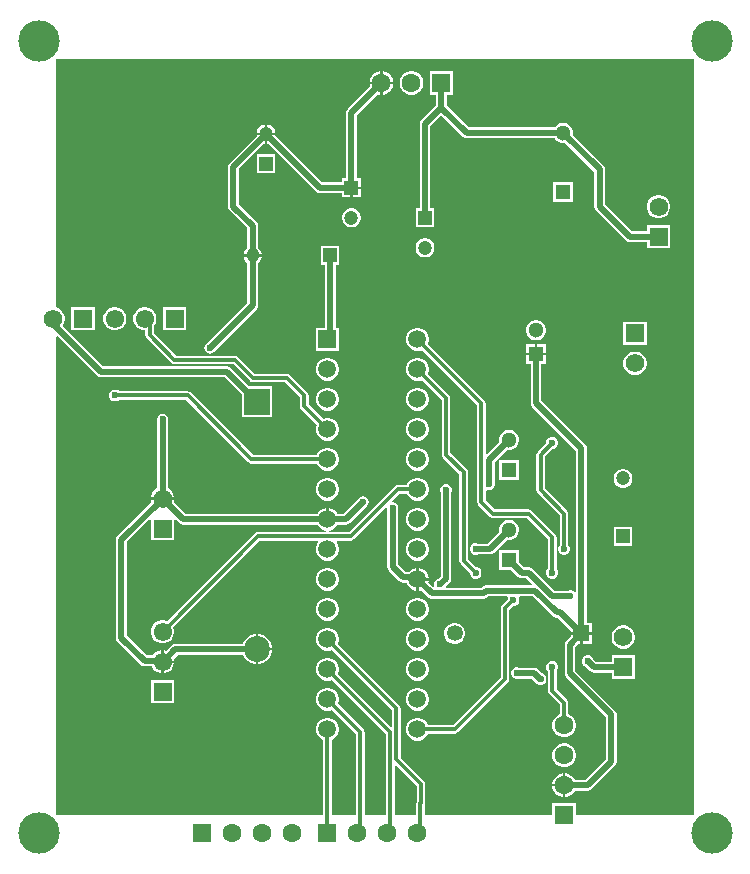
<source format=gtl>
G04*
G04 #@! TF.GenerationSoftware,Altium Limited,Altium Designer,22.5.1 (42)*
G04*
G04 Layer_Physical_Order=1*
G04 Layer_Color=255*
%FSLAX44Y44*%
%MOMM*%
G71*
G04*
G04 #@! TF.SameCoordinates,3BE08D2E-9295-4D5D-90EC-08E0B097B468*
G04*
G04*
G04 #@! TF.FilePolarity,Positive*
G04*
G01*
G75*
%ADD15R,1.5700X1.5700*%
%ADD16C,1.5700*%
%ADD17R,1.5500X1.5500*%
%ADD18C,1.5500*%
%ADD21R,1.5700X1.5700*%
%ADD22C,2.2000*%
%ADD23R,2.2000X2.2000*%
%ADD27C,1.2000*%
%ADD28R,1.2000X1.2000*%
%ADD29C,1.3000*%
%ADD30R,1.3000X1.3000*%
%ADD31R,1.5500X1.5500*%
%ADD32C,1.1500*%
%ADD33R,1.1500X1.1500*%
%ADD36C,1.3500*%
%ADD37R,1.3500X1.3500*%
%ADD42C,0.5000*%
%ADD43C,0.3000*%
%ADD44C,1.6000*%
%ADD45R,1.6000X1.6000*%
%ADD46R,1.5000X1.5000*%
%ADD47C,1.5000*%
%ADD48R,1.6000X1.6000*%
%ADD49C,0.6000*%
%ADD50C,3.5000*%
G36*
X580000Y40000D02*
X480032D01*
Y49632D01*
X459968D01*
Y40000D01*
X351991D01*
Y48430D01*
X352085Y48569D01*
X352359Y49948D01*
Y66243D01*
X352085Y67621D01*
X351304Y68789D01*
X331623Y88470D01*
Y130198D01*
X331349Y131576D01*
X330568Y132744D01*
X278492Y184821D01*
X278532Y184891D01*
X279182Y187315D01*
Y189825D01*
X278532Y192249D01*
X277278Y194423D01*
X275503Y196197D01*
X273329Y197452D01*
X270905Y198102D01*
X268395D01*
X265971Y197452D01*
X263797Y196197D01*
X262022Y194423D01*
X260768Y192249D01*
X260118Y189825D01*
Y187315D01*
X260768Y184891D01*
X262022Y182717D01*
X263797Y180942D01*
X265971Y179688D01*
X268395Y179038D01*
X270905D01*
X273329Y179688D01*
X273399Y179728D01*
X324421Y128706D01*
Y115151D01*
X323247Y114665D01*
X278492Y159421D01*
X278532Y159491D01*
X279182Y161915D01*
Y164425D01*
X278532Y166849D01*
X277278Y169023D01*
X275503Y170798D01*
X273329Y172052D01*
X270905Y172702D01*
X268395D01*
X265971Y172052D01*
X263797Y170798D01*
X262022Y169023D01*
X260768Y166849D01*
X260118Y164425D01*
Y161915D01*
X260768Y159491D01*
X262022Y157317D01*
X263797Y155542D01*
X265971Y154288D01*
X268395Y153638D01*
X270905D01*
X273329Y154288D01*
X273399Y154328D01*
X319389Y108338D01*
Y40000D01*
X301191D01*
Y109830D01*
X300917Y111208D01*
X300136Y112376D01*
X278492Y134021D01*
X278532Y134091D01*
X279182Y136515D01*
Y139025D01*
X278532Y141449D01*
X277278Y143623D01*
X275503Y145398D01*
X273329Y146652D01*
X270905Y147302D01*
X268395D01*
X265971Y146652D01*
X263797Y145398D01*
X262022Y143623D01*
X260768Y141449D01*
X260118Y139025D01*
Y136515D01*
X260768Y134091D01*
X262022Y131917D01*
X263797Y130142D01*
X265971Y128888D01*
X268395Y128238D01*
X270905D01*
X273329Y128888D01*
X273399Y128928D01*
X293989Y108338D01*
Y40000D01*
X273251D01*
Y103467D01*
X273329Y103488D01*
X275503Y104742D01*
X277278Y106517D01*
X278532Y108691D01*
X279182Y111115D01*
Y113625D01*
X278532Y116049D01*
X277278Y118223D01*
X275503Y119998D01*
X273329Y121252D01*
X270905Y121902D01*
X268395D01*
X265971Y121252D01*
X263797Y119998D01*
X262022Y118223D01*
X260768Y116049D01*
X260118Y113625D01*
Y111115D01*
X260768Y108691D01*
X262022Y106517D01*
X263797Y104742D01*
X265971Y103488D01*
X266049Y103467D01*
Y40000D01*
X40000D01*
Y444796D01*
X41173Y445282D01*
X74722Y411733D01*
X74723Y411733D01*
X76222Y410731D01*
X77990Y410379D01*
X77990Y410379D01*
X182786D01*
X196968Y396197D01*
Y376668D01*
X223032D01*
Y402732D01*
X203503D01*
X187967Y418267D01*
X186468Y419269D01*
X184700Y419621D01*
X184700Y419621D01*
X79904D01*
X45348Y454176D01*
X46508Y456186D01*
X47182Y458699D01*
Y461301D01*
X46508Y463814D01*
X45208Y466068D01*
X43368Y467907D01*
X41114Y469208D01*
X40000Y469507D01*
Y680000D01*
X580000D01*
Y40000D01*
D02*
G37*
G36*
X345156Y64751D02*
Y51098D01*
X345063Y50958D01*
X344789Y49580D01*
Y40000D01*
X326591D01*
Y81657D01*
X327765Y82143D01*
X345156Y64751D01*
D02*
G37*
%LPC*%
G36*
X316691Y669772D02*
X316386D01*
Y660756D01*
X325402D01*
Y661061D01*
X324718Y663612D01*
X323398Y665900D01*
X321530Y667768D01*
X319242Y669088D01*
X316691Y669772D01*
D02*
G37*
G36*
X314354D02*
X314049D01*
X311498Y669088D01*
X309210Y667768D01*
X307342Y665900D01*
X306022Y663612D01*
X305338Y661061D01*
Y660756D01*
X314354D01*
Y669772D01*
D02*
G37*
G36*
X342091D02*
X339449D01*
X336898Y669088D01*
X334610Y667768D01*
X332742Y665900D01*
X331422Y663612D01*
X330738Y661061D01*
Y658419D01*
X331422Y655868D01*
X332742Y653580D01*
X334610Y651712D01*
X336898Y650392D01*
X339449Y649708D01*
X342091D01*
X344642Y650392D01*
X346930Y651712D01*
X348798Y653580D01*
X350118Y655868D01*
X350802Y658419D01*
Y661061D01*
X350118Y663612D01*
X348798Y665900D01*
X346930Y667768D01*
X344642Y669088D01*
X342091Y669772D01*
D02*
G37*
G36*
X325402Y658724D02*
X316386D01*
Y649708D01*
X316691D01*
X319242Y650392D01*
X321530Y651712D01*
X323398Y653580D01*
X324718Y655868D01*
X325402Y658419D01*
Y658724D01*
D02*
G37*
G36*
X314354D02*
X305338D01*
Y658419D01*
X305798Y656703D01*
X286703Y637607D01*
X285701Y636108D01*
X285349Y634340D01*
X285349Y634340D01*
Y578872D01*
X281938D01*
Y575461D01*
X265014D01*
X225519Y614956D01*
X225612Y615303D01*
Y615344D01*
X218596D01*
Y608328D01*
X218637D01*
X218984Y608421D01*
X259833Y567573D01*
X259833Y567573D01*
X261332Y566571D01*
X263100Y566219D01*
X263100Y566219D01*
X281938D01*
Y562808D01*
X288954D01*
Y570840D01*
X289970D01*
Y571856D01*
X298002D01*
Y578872D01*
X294591D01*
Y632426D01*
X312333Y650168D01*
X314049Y649708D01*
X314354D01*
Y658724D01*
D02*
G37*
G36*
X218637Y624392D02*
X218596D01*
Y617376D01*
X225612D01*
Y617417D01*
X225065Y619460D01*
X224007Y621292D01*
X222512Y622787D01*
X220680Y623845D01*
X218637Y624392D01*
D02*
G37*
G36*
X216564D02*
X216523D01*
X214480Y623845D01*
X212648Y622787D01*
X211153Y621292D01*
X210095Y619460D01*
X209548Y617417D01*
Y617376D01*
X216564D01*
Y624392D01*
D02*
G37*
G36*
Y615344D02*
X209548D01*
Y615303D01*
X209641Y614956D01*
X186733Y592047D01*
X185731Y590548D01*
X185379Y588780D01*
X185379Y588780D01*
Y555000D01*
X185379Y555000D01*
X185731Y553232D01*
X186733Y551733D01*
X201749Y536716D01*
Y520008D01*
X201592Y519917D01*
X200143Y518468D01*
X199118Y516694D01*
X198588Y514715D01*
Y514706D01*
X206370D01*
X214152D01*
Y514715D01*
X213622Y516694D01*
X212597Y518468D01*
X211148Y519917D01*
X210991Y520008D01*
Y538630D01*
X210991Y538630D01*
X210639Y540398D01*
X209637Y541897D01*
X209637Y541898D01*
X194621Y556914D01*
Y586866D01*
X216176Y608421D01*
X216523Y608328D01*
X216564D01*
Y615344D01*
D02*
G37*
G36*
X225612Y599392D02*
X209548D01*
Y583328D01*
X225612D01*
Y599392D01*
D02*
G37*
G36*
X298002Y569824D02*
X290986D01*
Y562808D01*
X298002D01*
Y569824D01*
D02*
G37*
G36*
X477572Y575962D02*
X460508D01*
Y558898D01*
X477572D01*
Y575962D01*
D02*
G37*
G36*
X551301Y564882D02*
X548699D01*
X546186Y564208D01*
X543932Y562908D01*
X542093Y561068D01*
X540792Y558814D01*
X540118Y556301D01*
Y553699D01*
X540792Y551186D01*
X542093Y548932D01*
X543932Y547093D01*
X546186Y545792D01*
X548699Y545118D01*
X551301D01*
X553814Y545792D01*
X556068Y547093D01*
X557908Y548932D01*
X559209Y551186D01*
X559882Y553699D01*
Y556301D01*
X559209Y558814D01*
X557908Y561068D01*
X556068Y562908D01*
X553814Y564208D01*
X551301Y564882D01*
D02*
G37*
G36*
X291027Y553472D02*
X288913D01*
X286870Y552925D01*
X285038Y551867D01*
X283543Y550372D01*
X282485Y548540D01*
X281938Y546497D01*
Y544383D01*
X282485Y542340D01*
X283543Y540508D01*
X285038Y539013D01*
X286870Y537955D01*
X288913Y537408D01*
X291027D01*
X293070Y537955D01*
X294902Y539013D01*
X296397Y540508D01*
X297455Y542340D01*
X298002Y544383D01*
Y546497D01*
X297455Y548540D01*
X296397Y550372D01*
X294902Y551867D01*
X293070Y552925D01*
X291027Y553472D01*
D02*
G37*
G36*
X376202Y669772D02*
X356138D01*
Y649708D01*
X361549D01*
Y640744D01*
X348933Y628127D01*
X347931Y626628D01*
X347579Y624860D01*
X347579Y624860D01*
Y553472D01*
X344168D01*
Y537408D01*
X360232D01*
Y553472D01*
X356821D01*
Y622946D01*
X366170Y632295D01*
X384302Y614163D01*
X384303Y614163D01*
X385802Y613161D01*
X387570Y612809D01*
X387570Y612809D01*
X461856D01*
X462213Y612191D01*
X463801Y610603D01*
X465747Y609479D01*
X467917Y608898D01*
X470163D01*
X470853Y609083D01*
X495379Y584556D01*
Y555000D01*
X495379Y555000D01*
X495731Y553232D01*
X496733Y551733D01*
X522133Y526333D01*
X522133Y526333D01*
X523632Y525331D01*
X525400Y524979D01*
X525400Y524979D01*
X540118D01*
Y519718D01*
X559882D01*
Y539482D01*
X540118D01*
Y534221D01*
X527314D01*
X504621Y556914D01*
Y586470D01*
X504621Y586470D01*
X504269Y588238D01*
X503267Y589737D01*
X477387Y615617D01*
X477572Y616307D01*
Y618553D01*
X476991Y620723D01*
X475867Y622669D01*
X474279Y624257D01*
X472333Y625381D01*
X470163Y625962D01*
X467917D01*
X465747Y625381D01*
X463801Y624257D01*
X462213Y622669D01*
X461856Y622051D01*
X389484D01*
X370791Y640744D01*
Y649708D01*
X376202D01*
Y669772D01*
D02*
G37*
G36*
X353257Y528072D02*
X351143D01*
X349100Y527525D01*
X347268Y526467D01*
X345773Y524972D01*
X344715Y523140D01*
X344168Y521097D01*
Y518983D01*
X344715Y516940D01*
X345773Y515108D01*
X347268Y513613D01*
X349100Y512555D01*
X351143Y512008D01*
X353257D01*
X355300Y512555D01*
X357132Y513613D01*
X358627Y515108D01*
X359685Y516940D01*
X360232Y518983D01*
Y521097D01*
X359685Y523140D01*
X358627Y524972D01*
X357132Y526467D01*
X355300Y527525D01*
X353257Y528072D01*
D02*
G37*
G36*
X150182Y469782D02*
X130618D01*
Y450218D01*
X150182D01*
Y469782D01*
D02*
G37*
G36*
X90888D02*
X88312D01*
X85824Y469115D01*
X83594Y467827D01*
X81772Y466006D01*
X80485Y463776D01*
X79818Y461288D01*
Y458712D01*
X80485Y456224D01*
X81772Y453994D01*
X83594Y452173D01*
X85824Y450885D01*
X88312Y450218D01*
X90888D01*
X93376Y450885D01*
X95606Y452173D01*
X97428Y453994D01*
X98715Y456224D01*
X99382Y458712D01*
Y461288D01*
X98715Y463776D01*
X97428Y466006D01*
X95606Y467827D01*
X93376Y469115D01*
X90888Y469782D01*
D02*
G37*
G36*
X72582Y469882D02*
X52818D01*
Y450118D01*
X72582D01*
Y469882D01*
D02*
G37*
G36*
X447303Y458722D02*
X445057D01*
X442887Y458141D01*
X440941Y457017D01*
X439353Y455429D01*
X438229Y453483D01*
X437648Y451313D01*
Y449067D01*
X438229Y446897D01*
X439353Y444951D01*
X440941Y443363D01*
X442887Y442239D01*
X445057Y441658D01*
X447303D01*
X449473Y442239D01*
X451419Y443363D01*
X453007Y444951D01*
X454131Y446897D01*
X454712Y449067D01*
Y451313D01*
X454131Y453483D01*
X453007Y455429D01*
X451419Y457017D01*
X449473Y458141D01*
X447303Y458722D01*
D02*
G37*
G36*
X539882Y457582D02*
X520118D01*
Y437818D01*
X539882D01*
Y457582D01*
D02*
G37*
G36*
X279752Y521472D02*
X264188D01*
Y505908D01*
X267349D01*
Y452102D01*
X260118D01*
Y433038D01*
X279182D01*
Y452102D01*
X276591D01*
Y505908D01*
X279752D01*
Y521472D01*
D02*
G37*
G36*
X454712Y438722D02*
X447196D01*
Y431206D01*
X454712D01*
Y438722D01*
D02*
G37*
G36*
X445164D02*
X437648D01*
Y431206D01*
X445164D01*
Y438722D01*
D02*
G37*
G36*
X214152Y512674D02*
X206370D01*
X198588D01*
Y512665D01*
X199118Y510686D01*
X200143Y508912D01*
X201592Y507463D01*
X201749Y507372D01*
Y473284D01*
X166733Y438267D01*
X165731Y436768D01*
X165379Y435000D01*
X165731Y433232D01*
X166733Y431733D01*
X168232Y430731D01*
X170000Y430379D01*
X171768Y430731D01*
X173267Y431733D01*
X209637Y468102D01*
X209637Y468103D01*
X210639Y469602D01*
X210991Y471370D01*
X210991Y471370D01*
Y507372D01*
X211148Y507463D01*
X212597Y508912D01*
X213622Y510686D01*
X214152Y512665D01*
Y512674D01*
D02*
G37*
G36*
X531301Y432182D02*
X528699D01*
X526186Y431509D01*
X523932Y430208D01*
X522093Y428368D01*
X520792Y426114D01*
X520118Y423601D01*
Y420999D01*
X520792Y418486D01*
X522093Y416232D01*
X523932Y414393D01*
X526186Y413092D01*
X528699Y412418D01*
X531301D01*
X533814Y413092D01*
X536068Y414393D01*
X537908Y416232D01*
X539208Y418486D01*
X539882Y420999D01*
Y423601D01*
X539208Y426114D01*
X537908Y428368D01*
X536068Y430208D01*
X533814Y431509D01*
X531301Y432182D01*
D02*
G37*
G36*
X270905Y426702D02*
X268395D01*
X265971Y426052D01*
X263797Y424798D01*
X262022Y423023D01*
X260768Y420849D01*
X260118Y418425D01*
Y415915D01*
X260768Y413491D01*
X262022Y411317D01*
X263797Y409543D01*
X265971Y408288D01*
X268395Y407638D01*
X270905D01*
X273329Y408288D01*
X275503Y409543D01*
X277278Y411317D01*
X278532Y413491D01*
X279182Y415915D01*
Y418425D01*
X278532Y420849D01*
X277278Y423023D01*
X275503Y424798D01*
X273329Y426052D01*
X270905Y426702D01*
D02*
G37*
G36*
X347105Y401302D02*
X344595D01*
X342171Y400652D01*
X339997Y399398D01*
X338223Y397623D01*
X336968Y395449D01*
X336318Y393025D01*
Y390515D01*
X336968Y388091D01*
X338223Y385917D01*
X339997Y384142D01*
X342171Y382888D01*
X344595Y382238D01*
X347105D01*
X349529Y382888D01*
X351703Y384142D01*
X353478Y385917D01*
X354732Y388091D01*
X355382Y390515D01*
Y393025D01*
X354732Y395449D01*
X353478Y397623D01*
X351703Y399398D01*
X349529Y400652D01*
X347105Y401302D01*
D02*
G37*
G36*
X270905D02*
X268395D01*
X265971Y400652D01*
X263797Y399398D01*
X262022Y397623D01*
X260768Y395449D01*
X260118Y393025D01*
Y390515D01*
X260768Y388091D01*
X262022Y385917D01*
X263797Y384142D01*
X265971Y382888D01*
X268395Y382238D01*
X270905D01*
X273329Y382888D01*
X275503Y384142D01*
X277278Y385917D01*
X278532Y388091D01*
X279182Y390515D01*
Y393025D01*
X278532Y395449D01*
X277278Y397623D01*
X275503Y399398D01*
X273329Y400652D01*
X270905Y401302D01*
D02*
G37*
G36*
X347105Y375902D02*
X344595D01*
X342171Y375252D01*
X339997Y373997D01*
X338223Y372223D01*
X336968Y370049D01*
X336318Y367625D01*
Y365115D01*
X336968Y362691D01*
X338223Y360517D01*
X339997Y358742D01*
X342171Y357488D01*
X344595Y356838D01*
X347105D01*
X349529Y357488D01*
X351703Y358742D01*
X353478Y360517D01*
X354732Y362691D01*
X355382Y365115D01*
Y367625D01*
X354732Y370049D01*
X353478Y372223D01*
X351703Y373997D01*
X349529Y375252D01*
X347105Y375902D01*
D02*
G37*
G36*
X116288Y469782D02*
X113712D01*
X111224Y469115D01*
X108994Y467827D01*
X107172Y466006D01*
X105885Y463776D01*
X105218Y461288D01*
Y458712D01*
X105885Y456224D01*
X107172Y453994D01*
X108994Y452173D01*
X111224Y450885D01*
X113712Y450218D01*
X115359D01*
Y446040D01*
X115633Y444662D01*
X116414Y443494D01*
X137454Y422454D01*
X138622Y421673D01*
X140000Y421399D01*
X190130D01*
X204075Y407454D01*
X205243Y406673D01*
X206621Y406399D01*
X233508D01*
X246399Y393508D01*
Y386020D01*
X246673Y384642D01*
X247454Y383474D01*
X260808Y370119D01*
X260768Y370049D01*
X260118Y367625D01*
Y365115D01*
X260768Y362691D01*
X262022Y360517D01*
X263797Y358742D01*
X265971Y357488D01*
X268395Y356838D01*
X270905D01*
X273329Y357488D01*
X275503Y358742D01*
X277278Y360517D01*
X278532Y362691D01*
X279182Y365115D01*
Y367625D01*
X278532Y370049D01*
X277278Y372223D01*
X275503Y373997D01*
X273329Y375252D01*
X270905Y375902D01*
X268395D01*
X265971Y375252D01*
X265901Y375212D01*
X253601Y387512D01*
Y395000D01*
X253327Y396378D01*
X252546Y397546D01*
X237546Y412546D01*
X236378Y413327D01*
X235000Y413601D01*
X208113D01*
X194168Y427546D01*
X192999Y428327D01*
X191621Y428601D01*
X141492D01*
X122561Y447532D01*
Y453727D01*
X122828Y453994D01*
X124115Y456224D01*
X124782Y458712D01*
Y461288D01*
X124115Y463776D01*
X122828Y466006D01*
X121006Y467827D01*
X118776Y469115D01*
X116288Y469782D01*
D02*
G37*
G36*
X347105Y452102D02*
X344595D01*
X342171Y451452D01*
X339997Y450197D01*
X338223Y448423D01*
X336968Y446249D01*
X336318Y443825D01*
Y441315D01*
X336968Y438891D01*
X338223Y436717D01*
X339997Y434943D01*
X342171Y433688D01*
X344595Y433038D01*
X347105D01*
X349529Y433688D01*
X349599Y433728D01*
X396431Y386896D01*
Y304968D01*
X396705Y303590D01*
X397486Y302422D01*
X407454Y292454D01*
X408622Y291673D01*
X410000Y291399D01*
X438508D01*
X456399Y273508D01*
Y248515D01*
X455734Y247850D01*
X454968Y246001D01*
Y243999D01*
X455734Y242150D01*
X457150Y240734D01*
X458999Y239968D01*
X461001D01*
X462850Y240734D01*
X464266Y242150D01*
X465032Y243999D01*
Y246001D01*
X464266Y247850D01*
X463601Y248515D01*
Y275000D01*
X463327Y276378D01*
X462546Y277546D01*
X442546Y297546D01*
X441378Y298327D01*
X440000Y298601D01*
X411492D01*
X403633Y306460D01*
Y314393D01*
X404903Y315241D01*
X405563Y314968D01*
X407565D01*
X409414Y315734D01*
X410830Y317150D01*
X411596Y318999D01*
Y321001D01*
X411185Y321994D01*
Y338810D01*
X421507Y349133D01*
X422197Y348948D01*
X424443D01*
X426613Y349529D01*
X428559Y350653D01*
X430147Y352241D01*
X431271Y354187D01*
X431852Y356357D01*
Y358603D01*
X431271Y360773D01*
X430147Y362719D01*
X428559Y364307D01*
X426613Y365431D01*
X424443Y366012D01*
X422197D01*
X420027Y365431D01*
X418081Y364307D01*
X416493Y362719D01*
X415369Y360773D01*
X414788Y358603D01*
Y356357D01*
X414973Y355667D01*
X404807Y345501D01*
X403633Y345987D01*
Y388388D01*
X403359Y389766D01*
X402578Y390934D01*
X354692Y438821D01*
X354732Y438891D01*
X355382Y441315D01*
Y443825D01*
X354732Y446249D01*
X353478Y448423D01*
X351703Y450197D01*
X349529Y451452D01*
X347105Y452102D01*
D02*
G37*
G36*
Y350502D02*
X344595D01*
X342171Y349852D01*
X339997Y348597D01*
X338223Y346823D01*
X336968Y344649D01*
X336318Y342225D01*
Y339715D01*
X336968Y337291D01*
X338223Y335117D01*
X339997Y333343D01*
X342171Y332088D01*
X344595Y331438D01*
X347105D01*
X349529Y332088D01*
X351703Y333343D01*
X353478Y335117D01*
X354732Y337291D01*
X355382Y339715D01*
Y342225D01*
X354732Y344649D01*
X353478Y346823D01*
X351703Y348597D01*
X349529Y349852D01*
X347105Y350502D01*
D02*
G37*
G36*
X91001Y400032D02*
X88999D01*
X87150Y399266D01*
X85734Y397850D01*
X84968Y396001D01*
Y393999D01*
X85734Y392150D01*
X87150Y390734D01*
X88999Y389968D01*
X91001D01*
X92850Y390734D01*
X93515Y391399D01*
X149695D01*
X202670Y338424D01*
X203838Y337643D01*
X205216Y337369D01*
X260747D01*
X260768Y337291D01*
X262022Y335117D01*
X263797Y333343D01*
X265971Y332088D01*
X268395Y331438D01*
X270905D01*
X273329Y332088D01*
X275503Y333343D01*
X277278Y335117D01*
X278532Y337291D01*
X279182Y339715D01*
Y342225D01*
X278532Y344649D01*
X277278Y346823D01*
X275503Y348597D01*
X273329Y349852D01*
X270905Y350502D01*
X268395D01*
X265971Y349852D01*
X263797Y348597D01*
X262022Y346823D01*
X260768Y344649D01*
X260747Y344571D01*
X206708D01*
X153733Y397546D01*
X152564Y398327D01*
X151186Y398601D01*
X93515D01*
X92850Y399266D01*
X91001Y400032D01*
D02*
G37*
G36*
X431852Y340612D02*
X414788D01*
Y323548D01*
X431852D01*
Y340612D01*
D02*
G37*
G36*
X520897Y332762D02*
X518783D01*
X516740Y332215D01*
X514908Y331157D01*
X513413Y329662D01*
X512355Y327830D01*
X511808Y325787D01*
Y323673D01*
X512355Y321630D01*
X513413Y319798D01*
X514908Y318303D01*
X516740Y317245D01*
X518783Y316698D01*
X520897D01*
X522940Y317245D01*
X524772Y318303D01*
X526267Y319798D01*
X527325Y321630D01*
X527872Y323673D01*
Y325787D01*
X527325Y327830D01*
X526267Y329662D01*
X524772Y331157D01*
X522940Y332215D01*
X520897Y332762D01*
D02*
G37*
G36*
X130000Y379621D02*
X128232Y379269D01*
X126733Y378267D01*
X125731Y376768D01*
X125379Y375000D01*
Y316443D01*
X123932Y315607D01*
X122093Y313768D01*
X120792Y311514D01*
X120118Y309001D01*
Y308716D01*
X130000D01*
X139882D01*
Y309001D01*
X139209Y311514D01*
X137908Y313768D01*
X136068Y315607D01*
X134621Y316443D01*
Y375000D01*
X134269Y376768D01*
X133267Y378267D01*
X131768Y379269D01*
X130000Y379621D01*
D02*
G37*
G36*
X347105Y325102D02*
X344595D01*
X342171Y324452D01*
X339997Y323198D01*
X338223Y321423D01*
X336968Y319249D01*
X336947Y319171D01*
X328966D01*
X327588Y318897D01*
X326420Y318116D01*
X287706Y279403D01*
X270990D01*
X270905Y280638D01*
X273329Y281288D01*
X275503Y282542D01*
X277278Y284317D01*
X277989Y285549D01*
X285170D01*
X285170Y285549D01*
X286938Y285901D01*
X288437Y286903D01*
X303267Y301733D01*
X304269Y303232D01*
X304621Y305000D01*
X304269Y306768D01*
X303267Y308267D01*
X301768Y309269D01*
X300000Y309621D01*
X298232Y309269D01*
X296733Y308267D01*
X283256Y294791D01*
X277989D01*
X277278Y296023D01*
X275503Y297798D01*
X273329Y299052D01*
X270905Y299702D01*
X270666D01*
Y290170D01*
X268634D01*
Y299702D01*
X268395D01*
X265971Y299052D01*
X263797Y297798D01*
X262022Y296023D01*
X261311Y294791D01*
X149444D01*
X139450Y304785D01*
X139882Y306399D01*
Y306684D01*
X130000D01*
X120118D01*
Y306399D01*
X120550Y304785D01*
X91733Y275967D01*
X90731Y274468D01*
X90379Y272700D01*
X90379Y272700D01*
Y190000D01*
X90379Y190000D01*
X90731Y188232D01*
X91733Y186733D01*
X111483Y166983D01*
X112982Y165981D01*
X114750Y165629D01*
X114750Y165629D01*
X120997D01*
X122172Y163594D01*
X123994Y161772D01*
X126224Y160485D01*
X128712Y159818D01*
X128984D01*
Y169600D01*
Y179382D01*
X128712D01*
X126224Y178715D01*
X123994Y177428D01*
X122172Y175606D01*
X121748Y174871D01*
X116664D01*
X99621Y191914D01*
Y270786D01*
X118945Y290110D01*
X120118Y289624D01*
Y272418D01*
X139882D01*
Y289624D01*
X141055Y290110D01*
X144263Y286903D01*
X144263Y286903D01*
X145762Y285901D01*
X147530Y285549D01*
X261311D01*
X262022Y284317D01*
X263797Y282542D01*
X265971Y281288D01*
X268395Y280638D01*
X268310Y279403D01*
X210802D01*
X209424Y279129D01*
X208256Y278348D01*
X133932Y204025D01*
X133776Y204115D01*
X131288Y204782D01*
X128712D01*
X126224Y204115D01*
X123994Y202828D01*
X122172Y201006D01*
X120885Y198776D01*
X120218Y196288D01*
Y193712D01*
X120885Y191224D01*
X122172Y188994D01*
X123994Y187173D01*
X126224Y185885D01*
X128712Y185218D01*
X131288D01*
X133776Y185885D01*
X136006Y187173D01*
X137828Y188994D01*
X139115Y191224D01*
X139782Y193712D01*
Y196288D01*
X139115Y198776D01*
X139025Y198932D01*
X212294Y272201D01*
X261941D01*
X262427Y271028D01*
X262022Y270623D01*
X260768Y268449D01*
X260118Y266025D01*
Y263515D01*
X260768Y261091D01*
X262022Y258917D01*
X263797Y257143D01*
X265971Y255888D01*
X268395Y255238D01*
X270905D01*
X273329Y255888D01*
X275503Y257143D01*
X277278Y258917D01*
X278532Y261091D01*
X279182Y263515D01*
Y266025D01*
X278532Y268449D01*
X277278Y270623D01*
X276873Y271028D01*
X277359Y272201D01*
X289198D01*
X290576Y272475D01*
X291744Y273256D01*
X319232Y300743D01*
X320403Y300118D01*
X320379Y300000D01*
Y250000D01*
X320379Y250000D01*
X320731Y248232D01*
X321733Y246733D01*
X330449Y238016D01*
X331948Y237014D01*
X333717Y236663D01*
X333717Y236663D01*
X336707D01*
X336968Y235691D01*
X338223Y233517D01*
X339997Y231742D01*
X342171Y230488D01*
X344595Y229838D01*
X344834D01*
Y239370D01*
Y248902D01*
X344595D01*
X342171Y248252D01*
X339997Y246998D01*
X338904Y245904D01*
X335631D01*
X329621Y251914D01*
Y300000D01*
X329269Y301768D01*
X328267Y303267D01*
X326768Y304269D01*
X325000Y304621D01*
X324882Y304597D01*
X324257Y305768D01*
X330458Y311969D01*
X336947D01*
X336968Y311891D01*
X338223Y309717D01*
X339997Y307943D01*
X342171Y306688D01*
X344595Y306038D01*
X347105D01*
X349529Y306688D01*
X351703Y307943D01*
X353478Y309717D01*
X354732Y311891D01*
X355382Y314315D01*
Y316825D01*
X354732Y319249D01*
X353478Y321423D01*
X351703Y323198D01*
X349529Y324452D01*
X347105Y325102D01*
D02*
G37*
G36*
X270905D02*
X268395D01*
X265971Y324452D01*
X263797Y323198D01*
X262022Y321423D01*
X260768Y319249D01*
X260118Y316825D01*
Y314315D01*
X260768Y311891D01*
X262022Y309717D01*
X263797Y307943D01*
X265971Y306688D01*
X268395Y306038D01*
X270905D01*
X273329Y306688D01*
X275503Y307943D01*
X277278Y309717D01*
X278532Y311891D01*
X279182Y314315D01*
Y316825D01*
X278532Y319249D01*
X277278Y321423D01*
X275503Y323198D01*
X273329Y324452D01*
X270905Y325102D01*
D02*
G37*
G36*
X347105Y299702D02*
X344595D01*
X342171Y299052D01*
X339997Y297798D01*
X338223Y296023D01*
X336968Y293849D01*
X336318Y291425D01*
Y288915D01*
X336968Y286491D01*
X338223Y284317D01*
X339997Y282542D01*
X342171Y281288D01*
X344595Y280638D01*
X347105D01*
X349529Y281288D01*
X351703Y282542D01*
X353478Y284317D01*
X354732Y286491D01*
X355382Y288915D01*
Y291425D01*
X354732Y293849D01*
X353478Y296023D01*
X351703Y297798D01*
X349529Y299052D01*
X347105Y299702D01*
D02*
G37*
G36*
X424443Y289812D02*
X422197D01*
X420027Y289231D01*
X418081Y288107D01*
X416493Y286519D01*
X415369Y284573D01*
X414788Y282403D01*
Y280157D01*
X414973Y279468D01*
X405126Y269621D01*
X396994D01*
X396001Y270032D01*
X393999D01*
X392150Y269266D01*
X390734Y267850D01*
X389968Y266001D01*
Y263999D01*
X390734Y262150D01*
X392150Y260734D01*
X393999Y259968D01*
X396001D01*
X396994Y260379D01*
X407040D01*
X407040Y260379D01*
X408808Y260731D01*
X410307Y261733D01*
X421507Y272933D01*
X422197Y272748D01*
X424443D01*
X426613Y273330D01*
X428559Y274453D01*
X430147Y276041D01*
X431271Y277987D01*
X431852Y280157D01*
Y282403D01*
X431271Y284573D01*
X430147Y286519D01*
X428559Y288107D01*
X426613Y289231D01*
X424443Y289812D01*
D02*
G37*
G36*
X527872Y283962D02*
X511808D01*
Y267898D01*
X527872D01*
Y283962D01*
D02*
G37*
G36*
X461001Y360032D02*
X458999D01*
X457150Y359266D01*
X455734Y357850D01*
X454968Y356001D01*
Y355061D01*
X447454Y347546D01*
X446673Y346378D01*
X446399Y345000D01*
Y315000D01*
X446673Y313622D01*
X447454Y312454D01*
X466399Y293508D01*
Y268515D01*
X465734Y267850D01*
X464968Y266001D01*
Y263999D01*
X465734Y262150D01*
X467150Y260734D01*
X468999Y259968D01*
X471001D01*
X472850Y260734D01*
X474266Y262150D01*
X475032Y263999D01*
Y266001D01*
X474266Y267850D01*
X473601Y268515D01*
Y295000D01*
X473327Y296378D01*
X472546Y297546D01*
X453601Y316492D01*
Y343508D01*
X460061Y349968D01*
X461001D01*
X462850Y350734D01*
X464266Y352150D01*
X465032Y353999D01*
Y356001D01*
X464266Y357850D01*
X462850Y359266D01*
X461001Y360032D01*
D02*
G37*
G36*
X347105Y274302D02*
X344595D01*
X342171Y273652D01*
X339997Y272397D01*
X338223Y270623D01*
X336968Y268449D01*
X336318Y266025D01*
Y263515D01*
X336968Y261091D01*
X338223Y258917D01*
X339997Y257143D01*
X342171Y255888D01*
X344595Y255238D01*
X347105D01*
X349529Y255888D01*
X351703Y257143D01*
X353478Y258917D01*
X354732Y261091D01*
X355382Y263515D01*
Y266025D01*
X354732Y268449D01*
X353478Y270623D01*
X351703Y272397D01*
X349529Y273652D01*
X347105Y274302D01*
D02*
G37*
G36*
Y248902D02*
X346866D01*
Y240386D01*
X355382D01*
Y240625D01*
X354732Y243049D01*
X353478Y245223D01*
X351703Y246998D01*
X349529Y248252D01*
X347105Y248902D01*
D02*
G37*
G36*
Y426702D02*
X344595D01*
X342171Y426052D01*
X339997Y424798D01*
X338223Y423023D01*
X336968Y420849D01*
X336318Y418425D01*
Y415915D01*
X336968Y413491D01*
X338223Y411317D01*
X339997Y409543D01*
X342171Y408288D01*
X344595Y407638D01*
X347105D01*
X349529Y408288D01*
X349599Y408328D01*
X366399Y391528D01*
Y345000D01*
X366673Y343622D01*
X367454Y342454D01*
X381399Y328508D01*
Y255000D01*
X381673Y253622D01*
X382454Y252454D01*
X389968Y244939D01*
Y243999D01*
X390734Y242150D01*
X392150Y240734D01*
X393999Y239968D01*
X396001D01*
X397850Y240734D01*
X399266Y242150D01*
X400032Y243999D01*
Y246001D01*
X399266Y247850D01*
X397850Y249266D01*
X396001Y250032D01*
X395061D01*
X388601Y256492D01*
Y330000D01*
X388327Y331378D01*
X387546Y332546D01*
X373601Y346492D01*
Y393020D01*
X373327Y394398D01*
X372546Y395566D01*
X354692Y413421D01*
X354732Y413491D01*
X355382Y415915D01*
Y418425D01*
X354732Y420849D01*
X353478Y423023D01*
X351703Y424798D01*
X349529Y426052D01*
X347105Y426702D01*
D02*
G37*
G36*
X270905Y248902D02*
X268395D01*
X265971Y248252D01*
X263797Y246998D01*
X262022Y245223D01*
X260768Y243049D01*
X260118Y240625D01*
Y238115D01*
X260768Y235691D01*
X262022Y233517D01*
X263797Y231742D01*
X265971Y230488D01*
X268395Y229838D01*
X270905D01*
X273329Y230488D01*
X275503Y231742D01*
X277278Y233517D01*
X278532Y235691D01*
X279182Y238115D01*
Y240625D01*
X278532Y243049D01*
X277278Y245223D01*
X275503Y246998D01*
X273329Y248252D01*
X270905Y248902D01*
D02*
G37*
G36*
X454712Y429174D02*
X446180D01*
X437648D01*
Y421658D01*
X441559D01*
Y388820D01*
X441559Y388820D01*
X441911Y387052D01*
X442913Y385553D01*
X480069Y348396D01*
Y228843D01*
X478799Y228317D01*
X477850Y229266D01*
X476001Y230032D01*
X473999D01*
X473006Y229621D01*
X461914D01*
X443267Y248267D01*
X441768Y249269D01*
X440000Y249621D01*
X440000Y249621D01*
X436114D01*
X431852Y253883D01*
Y264412D01*
X414788D01*
Y247348D01*
X425317D01*
X430933Y241733D01*
X430933Y241733D01*
X432432Y240731D01*
X434200Y240379D01*
X434200Y240379D01*
X438086D01*
X443020Y235445D01*
X442534Y234272D01*
X404023D01*
X404023Y234272D01*
X402254Y233920D01*
X400755Y232918D01*
X400755Y232918D01*
X399926Y232089D01*
X370615D01*
X370046Y232729D01*
X369894Y233359D01*
X373267Y236733D01*
X374269Y238232D01*
X374621Y240000D01*
X374621Y240000D01*
Y313006D01*
X375032Y313999D01*
Y316001D01*
X374266Y317850D01*
X372850Y319266D01*
X371001Y320032D01*
X368999D01*
X367150Y319266D01*
X365734Y317850D01*
X364968Y316001D01*
Y313999D01*
X365379Y313006D01*
Y241914D01*
X363142Y239677D01*
X362150Y239266D01*
X360734Y237850D01*
X359968Y236001D01*
Y233999D01*
X360233Y233359D01*
X360176Y233231D01*
X359186Y232569D01*
X355014Y236741D01*
X355382Y238115D01*
Y238354D01*
X346866D01*
Y229838D01*
X347105D01*
X348479Y230206D01*
X354484Y224201D01*
X354485Y224201D01*
X355984Y223199D01*
X357752Y222847D01*
X357752Y222847D01*
X401840D01*
X401840Y222847D01*
X403608Y223199D01*
X405107Y224201D01*
X405937Y225030D01*
X421503D01*
X422352Y223760D01*
X422087Y223120D01*
Y222180D01*
X417454Y217546D01*
X416673Y216378D01*
X416399Y215000D01*
Y156492D01*
X375878Y115971D01*
X354753D01*
X354732Y116049D01*
X353478Y118223D01*
X351703Y119998D01*
X349529Y121252D01*
X347105Y121902D01*
X344595D01*
X342171Y121252D01*
X339997Y119998D01*
X338223Y118223D01*
X336968Y116049D01*
X336318Y113625D01*
Y111115D01*
X336968Y108691D01*
X338223Y106517D01*
X339997Y104742D01*
X342171Y103488D01*
X344595Y102838D01*
X347105D01*
X349529Y103488D01*
X351703Y104742D01*
X353478Y106517D01*
X354732Y108691D01*
X354753Y108769D01*
X377370D01*
X378748Y109043D01*
X379916Y109824D01*
X422546Y152454D01*
X423327Y153622D01*
X423601Y155000D01*
Y213508D01*
X427180Y217087D01*
X428120D01*
X429969Y217853D01*
X431385Y219268D01*
X432151Y221118D01*
Y223120D01*
X431886Y223760D01*
X432734Y225030D01*
X443490D01*
X460338Y208183D01*
X460338Y208183D01*
X461837Y207181D01*
X463605Y206829D01*
X464976D01*
X475908Y195897D01*
Y194666D01*
X484690D01*
X493472D01*
Y202432D01*
X489311D01*
Y350310D01*
X489311Y350310D01*
X488959Y352078D01*
X487957Y353577D01*
X487957Y353577D01*
X450801Y390734D01*
Y421658D01*
X454712D01*
Y429174D01*
D02*
G37*
G36*
X347105Y223502D02*
X344595D01*
X342171Y222852D01*
X339997Y221597D01*
X338223Y219823D01*
X336968Y217649D01*
X336318Y215225D01*
Y212715D01*
X336968Y210291D01*
X338223Y208117D01*
X339997Y206343D01*
X342171Y205088D01*
X344595Y204438D01*
X347105D01*
X349529Y205088D01*
X351703Y206343D01*
X353478Y208117D01*
X354732Y210291D01*
X355382Y212715D01*
Y215225D01*
X354732Y217649D01*
X353478Y219823D01*
X351703Y221597D01*
X349529Y222852D01*
X347105Y223502D01*
D02*
G37*
G36*
X270905D02*
X268395D01*
X265971Y222852D01*
X263797Y221597D01*
X262022Y219823D01*
X260768Y217649D01*
X260118Y215225D01*
Y212715D01*
X260768Y210291D01*
X262022Y208117D01*
X263797Y206343D01*
X265971Y205088D01*
X268395Y204438D01*
X270905D01*
X273329Y205088D01*
X275503Y206343D01*
X277278Y208117D01*
X278532Y210291D01*
X279182Y212715D01*
Y215225D01*
X278532Y217649D01*
X277278Y219823D01*
X275503Y221597D01*
X273329Y222852D01*
X270905Y223502D01*
D02*
G37*
G36*
X208984Y193332D02*
X208284D01*
X204970Y192444D01*
X201998Y190728D01*
X199572Y188302D01*
X197856Y185330D01*
X197746Y184921D01*
X140867D01*
X140867Y184921D01*
X139098Y184569D01*
X137599Y183567D01*
X137599Y183567D01*
X132965Y178933D01*
X131288Y179382D01*
X131016D01*
Y170616D01*
X139782D01*
Y170888D01*
X139403Y172302D01*
X142781Y175679D01*
X197746D01*
X197856Y175270D01*
X199572Y172298D01*
X201998Y169872D01*
X204970Y168156D01*
X208284Y167268D01*
X208984D01*
Y180300D01*
Y193332D01*
D02*
G37*
G36*
X493472Y192634D02*
X485706D01*
Y184868D01*
X493472D01*
Y192634D01*
D02*
G37*
G36*
X378346Y202432D02*
X376034D01*
X373800Y201833D01*
X371798Y200677D01*
X370163Y199042D01*
X369007Y197040D01*
X368408Y194806D01*
Y192494D01*
X369007Y190260D01*
X370163Y188258D01*
X371798Y186623D01*
X373800Y185466D01*
X376034Y184868D01*
X378346D01*
X380580Y185466D01*
X382582Y186623D01*
X384217Y188258D01*
X385373Y190260D01*
X385972Y192494D01*
Y194806D01*
X385373Y197040D01*
X384217Y199042D01*
X382582Y200677D01*
X380580Y201833D01*
X378346Y202432D01*
D02*
G37*
G36*
X211716Y193332D02*
X211016D01*
Y181316D01*
X223032D01*
Y182016D01*
X222144Y185330D01*
X220428Y188302D01*
X218002Y190728D01*
X215030Y192444D01*
X211716Y193332D01*
D02*
G37*
G36*
X521301Y200282D02*
X518699D01*
X516186Y199608D01*
X513932Y198308D01*
X512092Y196468D01*
X510792Y194214D01*
X510118Y191701D01*
Y189099D01*
X510792Y186586D01*
X512092Y184332D01*
X513932Y182492D01*
X516186Y181192D01*
X518699Y180518D01*
X521301D01*
X523814Y181192D01*
X526068Y182492D01*
X527908Y184332D01*
X529208Y186586D01*
X529882Y189099D01*
Y191701D01*
X529208Y194214D01*
X527908Y196468D01*
X526068Y198308D01*
X523814Y199608D01*
X521301Y200282D01*
D02*
G37*
G36*
X347105Y198102D02*
X344595D01*
X342171Y197452D01*
X339997Y196197D01*
X338223Y194423D01*
X336968Y192249D01*
X336318Y189825D01*
Y187315D01*
X336968Y184891D01*
X338223Y182717D01*
X339997Y180942D01*
X342171Y179688D01*
X344595Y179038D01*
X347105D01*
X349529Y179688D01*
X351703Y180942D01*
X353478Y182717D01*
X354732Y184891D01*
X355382Y187315D01*
Y189825D01*
X354732Y192249D01*
X353478Y194423D01*
X351703Y196197D01*
X349529Y197452D01*
X347105Y198102D01*
D02*
G37*
G36*
X223032Y179284D02*
X211016D01*
Y167268D01*
X211716D01*
X215030Y168156D01*
X218002Y169872D01*
X220428Y172298D01*
X222144Y175270D01*
X223032Y178584D01*
Y179284D01*
D02*
G37*
G36*
X139782Y168584D02*
X131016D01*
Y159818D01*
X131288D01*
X133776Y160485D01*
X136006Y161772D01*
X137828Y163594D01*
X139115Y165824D01*
X139782Y168312D01*
Y168584D01*
D02*
G37*
G36*
X491001Y175032D02*
X488999D01*
X487150Y174266D01*
X485734Y172850D01*
X484968Y171001D01*
Y168999D01*
X485734Y167150D01*
X487150Y165734D01*
X488604Y165131D01*
X492003Y161733D01*
X493502Y160731D01*
X495271Y160379D01*
X495271Y160379D01*
X510118D01*
Y155118D01*
X529882D01*
Y174882D01*
X510118D01*
Y169621D01*
X497185D01*
X494486Y172320D01*
X494266Y172850D01*
X492850Y174266D01*
X491001Y175032D01*
D02*
G37*
G36*
X347105Y172702D02*
X344595D01*
X342171Y172052D01*
X339997Y170798D01*
X338223Y169023D01*
X336968Y166849D01*
X336318Y164425D01*
Y161915D01*
X336968Y159491D01*
X338223Y157317D01*
X339997Y155542D01*
X342171Y154288D01*
X344595Y153638D01*
X347105D01*
X349529Y154288D01*
X351703Y155542D01*
X353478Y157317D01*
X354732Y159491D01*
X355382Y161915D01*
Y164425D01*
X354732Y166849D01*
X353478Y169023D01*
X351703Y170798D01*
X349529Y172052D01*
X347105Y172702D01*
D02*
G37*
G36*
X431001Y165032D02*
X428999D01*
X427150Y164266D01*
X425734Y162850D01*
X424968Y161001D01*
Y158999D01*
X425734Y157150D01*
X427150Y155734D01*
X428999Y154968D01*
X431001D01*
X431994Y155379D01*
X442815D01*
X445514Y152680D01*
X445734Y152150D01*
X447150Y150734D01*
X448999Y149968D01*
X451001D01*
X452850Y150734D01*
X454266Y152150D01*
X455032Y153999D01*
Y156001D01*
X454266Y157850D01*
X452850Y159266D01*
X451396Y159868D01*
X447997Y163267D01*
X446498Y164269D01*
X444729Y164621D01*
X444729Y164621D01*
X431994D01*
X431001Y165032D01*
D02*
G37*
G36*
X139782Y153982D02*
X120218D01*
Y134418D01*
X139782D01*
Y153982D01*
D02*
G37*
G36*
X347105Y147302D02*
X344595D01*
X342171Y146652D01*
X339997Y145398D01*
X338223Y143623D01*
X336968Y141449D01*
X336318Y139025D01*
Y136515D01*
X336968Y134091D01*
X338223Y131917D01*
X339997Y130142D01*
X342171Y128888D01*
X344595Y128238D01*
X347105D01*
X349529Y128888D01*
X351703Y130142D01*
X353478Y131917D01*
X354732Y134091D01*
X355382Y136515D01*
Y139025D01*
X354732Y141449D01*
X353478Y143623D01*
X351703Y145398D01*
X349529Y146652D01*
X347105Y147302D01*
D02*
G37*
G36*
X461001Y170032D02*
X458999D01*
X457150Y169266D01*
X455734Y167850D01*
X454968Y166001D01*
Y163999D01*
X455734Y162150D01*
X456399Y161485D01*
Y145000D01*
X456673Y143622D01*
X457454Y142454D01*
X466399Y133508D01*
Y125221D01*
X466128Y125148D01*
X463840Y123828D01*
X461972Y121960D01*
X460652Y119672D01*
X459968Y117121D01*
Y114479D01*
X460652Y111928D01*
X461972Y109640D01*
X463840Y107772D01*
X466128Y106452D01*
X468679Y105768D01*
X471321D01*
X473872Y106452D01*
X476160Y107772D01*
X478028Y109640D01*
X479348Y111928D01*
X480032Y114479D01*
Y117121D01*
X479348Y119672D01*
X478028Y121960D01*
X476160Y123828D01*
X473872Y125148D01*
X473601Y125221D01*
Y135000D01*
X473327Y136378D01*
X472546Y137546D01*
X463601Y146492D01*
Y161485D01*
X464266Y162150D01*
X465032Y163999D01*
Y166001D01*
X464266Y167850D01*
X462850Y169266D01*
X461001Y170032D01*
D02*
G37*
G36*
X471321Y100432D02*
X468679D01*
X466128Y99748D01*
X463840Y98428D01*
X461972Y96560D01*
X460652Y94272D01*
X459968Y91721D01*
Y89079D01*
X460652Y86528D01*
X461972Y84240D01*
X463840Y82372D01*
X466128Y81052D01*
X468679Y80368D01*
X471321D01*
X473872Y81052D01*
X476160Y82372D01*
X478028Y84240D01*
X479348Y86528D01*
X480032Y89079D01*
Y91721D01*
X479348Y94272D01*
X478028Y96560D01*
X476160Y98428D01*
X473872Y99748D01*
X471321Y100432D01*
D02*
G37*
G36*
X483674Y192634D02*
X475908D01*
Y191403D01*
X471733Y187227D01*
X470731Y185728D01*
X470379Y183960D01*
X470379Y183960D01*
Y160000D01*
X470379Y160000D01*
X470731Y158232D01*
X471733Y156733D01*
X505379Y123086D01*
Y86914D01*
X488086Y69621D01*
X478916D01*
X478028Y71160D01*
X476160Y73028D01*
X473872Y74348D01*
X471321Y75032D01*
X471016D01*
Y65000D01*
Y54968D01*
X471321D01*
X473872Y55652D01*
X476160Y56972D01*
X478028Y58840D01*
X478916Y60379D01*
X490000D01*
X490000Y60379D01*
X491768Y60731D01*
X493267Y61733D01*
X513267Y81733D01*
X513267Y81733D01*
X514269Y83232D01*
X514621Y85000D01*
Y125000D01*
X514621Y125000D01*
X514269Y126768D01*
X513267Y128267D01*
X513267Y128267D01*
X479621Y161914D01*
Y182046D01*
X482443Y184868D01*
X483674D01*
Y192634D01*
D02*
G37*
G36*
X468984Y75032D02*
X468679D01*
X466128Y74348D01*
X463840Y73028D01*
X461972Y71160D01*
X460652Y68872D01*
X459968Y66321D01*
Y66016D01*
X468984D01*
Y75032D01*
D02*
G37*
G36*
Y63984D02*
X459968D01*
Y63679D01*
X460652Y61128D01*
X461972Y58840D01*
X463840Y56972D01*
X466128Y55652D01*
X468679Y54968D01*
X468984D01*
Y63984D01*
D02*
G37*
%LPD*%
D15*
X62700Y460000D02*
D03*
D16*
X37300D02*
D03*
X520000Y190400D02*
D03*
X130000Y307700D02*
D03*
X550000Y555000D02*
D03*
X530000Y422300D02*
D03*
D17*
X140400Y460000D02*
D03*
D18*
X115000D02*
D03*
X89600D02*
D03*
X130000Y195000D02*
D03*
Y169600D02*
D03*
D21*
X520000Y165000D02*
D03*
X130000Y282300D02*
D03*
X550000Y529600D02*
D03*
X530000Y447700D02*
D03*
D22*
X210000Y180300D02*
D03*
D23*
Y389700D02*
D03*
D27*
X217580Y616360D02*
D03*
X289970Y545440D02*
D03*
X352200Y520040D02*
D03*
X519840Y324730D02*
D03*
D28*
X217580Y591360D02*
D03*
X289970Y570840D02*
D03*
X352200Y545440D02*
D03*
X519840Y275930D02*
D03*
D29*
X469040Y617430D02*
D03*
X446180Y450190D02*
D03*
X423320Y357480D02*
D03*
Y281280D02*
D03*
D30*
X469040Y567430D02*
D03*
X446180Y430190D02*
D03*
X423320Y332080D02*
D03*
Y255880D02*
D03*
D31*
X130000Y144200D02*
D03*
D32*
X206370Y513690D02*
D03*
D33*
X271970D02*
D03*
D36*
X377190Y193650D02*
D03*
D37*
X484690D02*
D03*
D42*
X495271Y165000D02*
X520000D01*
X490271Y170000D02*
X495271Y165000D01*
X490000Y170000D02*
X490271D01*
X475000Y160000D02*
Y183960D01*
Y160000D02*
X510000Y125000D01*
X475000Y183960D02*
X484690Y193650D01*
X129350Y170250D02*
X130000Y169600D01*
X114750Y170250D02*
X129350D01*
X95000Y190000D02*
X114750Y170250D01*
X95000Y190000D02*
Y272700D01*
X130000Y307700D01*
X77990Y415000D02*
X184700D01*
X210000Y389700D01*
X34700Y458290D02*
X77990Y415000D01*
X510000Y85000D02*
Y125000D01*
X449729Y155000D02*
X450000D01*
X430000Y160000D02*
X444729D01*
X449729Y155000D01*
X395000Y265000D02*
X407040D01*
X423320Y281280D01*
X370000Y240000D02*
Y315000D01*
X343937Y241283D02*
X357752Y227468D01*
X445405Y229651D02*
X463605Y211450D01*
X401840Y227468D02*
X404023Y229651D01*
X445405D01*
X406564Y320000D02*
Y340724D01*
X423320Y357480D01*
X357752Y227468D02*
X401840D01*
X434200Y245000D02*
X440000D01*
X423320Y255880D02*
X434200Y245000D01*
X466890Y211450D02*
X484690Y193650D01*
X460000Y225000D02*
X475000D01*
X440000Y245000D02*
X460000Y225000D01*
X463605Y211450D02*
X466890D01*
X365000Y235000D02*
X370000Y240000D01*
X333717Y241283D02*
X343937D01*
X325000Y250000D02*
X333717Y241283D01*
X325000Y250000D02*
Y300000D01*
X285170Y290170D02*
X300000Y305000D01*
X269650Y290170D02*
X285170D01*
X470000Y65000D02*
X490000D01*
X510000Y85000D01*
X484690Y193650D02*
Y350310D01*
X446180Y388820D02*
X484690Y350310D01*
X446180Y388820D02*
Y430190D01*
X147530Y290170D02*
X269650D01*
X130000Y307700D02*
X147530Y290170D01*
X130000Y307700D02*
Y375000D01*
X206370Y471370D02*
Y513690D01*
X170000Y435000D02*
X206370Y471370D01*
X269650Y442570D02*
X271970Y444890D01*
Y513690D01*
X130167Y169600D02*
X140867Y180300D01*
X130000Y169600D02*
X130167D01*
X140867Y180300D02*
X210000D01*
X190000Y555000D02*
Y588780D01*
X217580Y616360D01*
X190000Y555000D02*
X206370Y538630D01*
Y513690D02*
Y538630D01*
X217580Y616360D02*
X263100Y570840D01*
X289970D01*
Y634340D01*
X315370Y659740D01*
X352200Y545440D02*
Y624860D01*
X366170Y638830D01*
X387570Y617430D01*
X366170Y638830D02*
Y659740D01*
X387570Y617430D02*
X469040D01*
X500000Y555000D02*
Y586470D01*
X469040Y617430D02*
X500000Y586470D01*
Y555000D02*
X525400Y529600D01*
X550000D01*
D43*
X250000Y386020D02*
Y395000D01*
X235000Y410000D02*
X250000Y395000D01*
X206621Y410000D02*
X235000D01*
X191621Y425000D02*
X206621Y410000D01*
X140000Y425000D02*
X191621D01*
X117250Y458290D02*
X118960Y456580D01*
Y446040D02*
Y456580D01*
Y446040D02*
X140000Y425000D01*
X250000Y386020D02*
X269650Y366370D01*
X151186Y395000D02*
X205216Y340970D01*
X90000Y395000D02*
X151186D01*
X205216Y340970D02*
X269650D01*
X460000Y145000D02*
Y165000D01*
Y145000D02*
X470000Y135000D01*
X420000Y155000D02*
Y215000D01*
X377370Y112370D02*
X420000Y155000D01*
Y215000D02*
X427119Y222119D01*
X385000Y255000D02*
X395000Y245000D01*
X385000Y255000D02*
Y330000D01*
X370000Y345000D02*
X385000Y330000D01*
X370000Y345000D02*
Y393020D01*
X345850Y417170D02*
X370000Y393020D01*
X400032Y304968D02*
X410000Y295000D01*
X345850Y442570D02*
X400032Y388388D01*
Y304968D02*
Y388388D01*
X210802Y275802D02*
X289198D01*
X130000Y195000D02*
X210802Y275802D01*
X289198D02*
X328966Y315570D01*
X345850D01*
X410000Y295000D02*
X440000D01*
X450000Y315000D02*
Y345000D01*
X460000Y355000D01*
X450000Y315000D02*
X470000Y295000D01*
Y265000D02*
Y295000D01*
X440000D02*
X460000Y275000D01*
Y245000D02*
Y275000D01*
X345850Y112370D02*
X377370D01*
X348390Y27280D02*
Y49580D01*
X348757Y49948D02*
Y66243D01*
X328022Y86978D02*
X348757Y66243D01*
X348390Y49580D02*
X348757Y49948D01*
X328022Y86978D02*
Y130198D01*
X269650Y188570D02*
X328022Y130198D01*
X269650Y163170D02*
X322990Y109830D01*
Y27280D02*
Y109830D01*
X269650Y137770D02*
X297590Y109830D01*
Y27280D02*
Y109830D01*
X269650Y29820D02*
Y112370D01*
Y29820D02*
X272190Y27280D01*
X470000Y115800D02*
Y135000D01*
D44*
Y115800D02*
D03*
Y90400D02*
D03*
Y65000D02*
D03*
X240000Y25000D02*
D03*
X214600D02*
D03*
X189200D02*
D03*
X345800D02*
D03*
X320400D02*
D03*
X295000D02*
D03*
X315370Y659740D02*
D03*
X340770D02*
D03*
D45*
X470000Y39600D02*
D03*
X366170Y659740D02*
D03*
D46*
X269650Y442570D02*
D03*
D47*
Y417170D02*
D03*
Y391770D02*
D03*
Y366370D02*
D03*
Y340970D02*
D03*
Y315570D02*
D03*
Y290170D02*
D03*
Y264770D02*
D03*
Y239370D02*
D03*
Y213970D02*
D03*
Y188570D02*
D03*
Y163170D02*
D03*
Y137770D02*
D03*
Y112370D02*
D03*
X345850Y442570D02*
D03*
Y417170D02*
D03*
Y391770D02*
D03*
Y366370D02*
D03*
Y340970D02*
D03*
Y315570D02*
D03*
Y290170D02*
D03*
Y264770D02*
D03*
Y239370D02*
D03*
Y213970D02*
D03*
Y188570D02*
D03*
Y163170D02*
D03*
Y137770D02*
D03*
Y112370D02*
D03*
D48*
X163800Y25000D02*
D03*
X269600D02*
D03*
D49*
X490000Y170000D02*
D03*
X520000Y165000D02*
D03*
X91850Y458290D02*
D03*
X90000Y395000D02*
D03*
X450000Y155000D02*
D03*
X430000Y160000D02*
D03*
X460000Y165000D02*
D03*
X395000Y265000D02*
D03*
X370000Y315000D02*
D03*
X406564Y320000D02*
D03*
X427119Y222119D02*
D03*
X395000Y245000D02*
D03*
X475000Y225000D02*
D03*
X365000Y235000D02*
D03*
X325000Y300000D02*
D03*
X300000Y305000D02*
D03*
X460000Y355000D02*
D03*
X470000Y265000D02*
D03*
X460000Y245000D02*
D03*
X130000Y375000D02*
D03*
X170000Y435000D02*
D03*
D50*
X25000Y25000D02*
D03*
X595000D02*
D03*
Y695000D02*
D03*
X25000D02*
D03*
M02*

</source>
